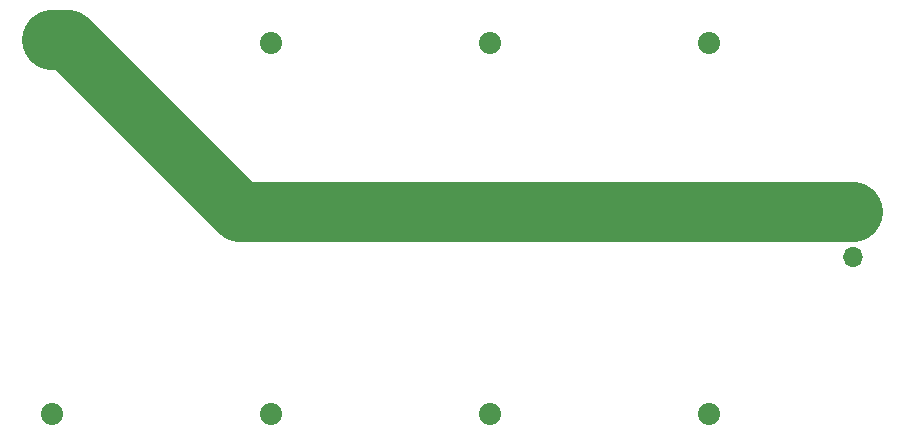
<source format=gbr>
G04 #@! TF.GenerationSoftware,KiCad,Pcbnew,(5.1.4)-1*
G04 #@! TF.CreationDate,2019-12-03T14:13:33-06:00*
G04 #@! TF.ProjectId,battery_pack,62617474-6572-4795-9f70-61636b2e6b69,rev?*
G04 #@! TF.SameCoordinates,Original*
G04 #@! TF.FileFunction,Copper,L1,Top*
G04 #@! TF.FilePolarity,Positive*
%FSLAX46Y46*%
G04 Gerber Fmt 4.6, Leading zero omitted, Abs format (unit mm)*
G04 Created by KiCad (PCBNEW (5.1.4)-1) date 2019-12-03 14:13:33*
%MOMM*%
%LPD*%
G04 APERTURE LIST*
%ADD10C,1.870000*%
%ADD11O,1.700000X1.700000*%
%ADD12R,1.700000X1.700000*%
%ADD13C,5.080000*%
G04 APERTURE END LIST*
D10*
X86614000Y-57478000D03*
X86614000Y-26088000D03*
X105156000Y-57478000D03*
X105156000Y-26088000D03*
X123698000Y-26088000D03*
X123698000Y-57478000D03*
X142240000Y-26088000D03*
X142240000Y-57478000D03*
D11*
X154432000Y-44196000D03*
D12*
X154432000Y-41656000D03*
D13*
X152731647Y-40399599D02*
X154432000Y-40399599D01*
X102558445Y-40399599D02*
X152731647Y-40399599D01*
X86614000Y-25834000D02*
X87992846Y-25834000D01*
X87992846Y-25834000D02*
X102558445Y-40399599D01*
M02*

</source>
